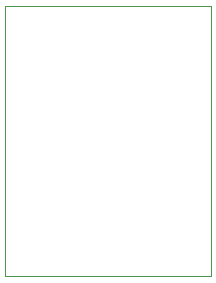
<source format=gko>
G75*
%MOIN*%
%OFA0B0*%
%FSLAX25Y25*%
%IPPOS*%
%LPD*%
%AMOC8*
5,1,8,0,0,1.08239X$1,22.5*
%
%ADD10C,0.00000*%
D10*
X0001238Y0005816D02*
X0001238Y0095777D01*
X0069938Y0095777D01*
X0069938Y0005816D01*
X0001238Y0005816D01*
M02*

</source>
